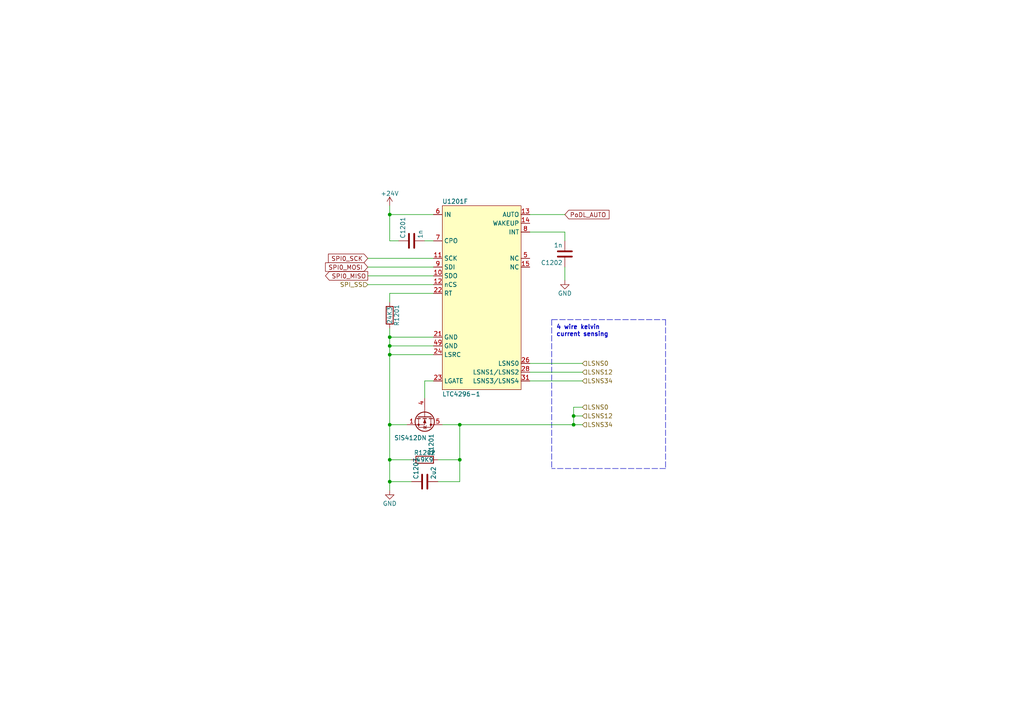
<source format=kicad_sch>
(kicad_sch (version 20211123) (generator eeschema)
  (paper "A4")
  (title_block (title "Open Hardware 10Base-T1L Switch") (date "2023-04-07") (rev "REV A") (company "Peter Heinrich") (comment 1 "Open Hardware License CERN-OHL-P v2") (comment 2 "https://github.com/peterheinrich/Open_10Base-T1L_Switch"))
  (lib_symbols
    (symbol "Device:C" (pin_numbers hide) (pin_names (offset 0.254))
      (property "Reference" "C" (at 0.635 2.54 0))
      (property "Value" "C" (at 0.635 -2.54 0))
      (symbol "C_0_1"
        (polyline (pts (xy -2.032 -0.762) (xy 2.032 -0.762)) (stroke (width 0.508)))
        (polyline (pts (xy -2.032 0.762) (xy 2.032 0.762)) (stroke (width 0.508)))
      )
      (symbol "C_1_1"
        (pin passive line (at 0 3.81 270) (length 2.794) (name "~") (number "1"))
        (pin passive line (at 0 -3.81 90) (length 2.794) (name "~") (number "2"))
      )
    )
    (symbol "Device:R" (pin_numbers hide) (pin_names (offset 0))
      (property "Reference" "R" (at 2.032 0 90))
      (property "Value" "R" (at 0 0 90))
      (symbol "R_0_1"
        (rectangle (start -1.016 -2.54) (end 1.016 2.54) (stroke (width 0.254)))
      )
      (symbol "R_1_1"
        (pin passive line (at 0 3.81 270) (length 1.27) (name "~") (number "1"))
        (pin passive line (at 0 -3.81 90) (length 1.27) (name "~") (number "2"))
      )
    )
    (symbol "LTC4296-1:LTC4296-1"
      (property "Reference" "U" (at 0 1.27 0))
      (property "Value" "LTC4296-1" (at 0 -54.61 0))
      (symbol "LTC4296-1_0_1"
        (rectangle (start 0 0) (end 22.86 -53.34) (fill (type background)))
      )
      (symbol "LTC4296-1_1_1"
        (pin output line (at 25.4 -30.48 180) (length 2.54) (name "OUTP0") (number "1"))
        (pin output line (at 25.4 -35.56 180) (length 2.54) (name "SW0") (number "16"))
        (pin output line (at 25.4 -22.86 180) (length 2.54) (name "HGATE0") (number "2"))
        (pin output line (at 25.4 -50.8 180) (length 2.54) (name "OUTM0") (number "25"))
        (pin input line (at 25.4 -15.24 180) (length 2.54) (name "HSNSM0") (number "3"))
        (pin input line (at 25.4 -2.54 180) (length 2.54) (name "HSNSP0") (number "4"))
      )
      (symbol "LTC4296-1_2_1"
        (pin output line (at 25.4 -35.56 180) (length 2.54) (name "SW1") (number "17"))
        (pin output line (at 25.4 -50.8 180) (length 2.54) (name "OUTM1") (number "27"))
        (pin output line (at 25.4 -30.48 180) (length 2.54) (name "OUTP1") (number "45"))
        (pin output line (at 25.4 -22.86 180) (length 2.54) (name "HGATE1") (number "46"))
        (pin input line (at 25.4 -15.24 180) (length 2.54) (name "HSNSM1") (number "47"))
        (pin input line (at 25.4 -2.54 180) (length 2.54) (name "HSNSP1") (number "48"))
      )
      (symbol "LTC4296-1_3_1"
        (pin output line (at 25.4 -35.56 180) (length 2.54) (name "SW2") (number "18"))
        (pin output line (at 25.4 -50.8 180) (length 2.54) (name "OUTM2") (number "29"))
        (pin output line (at 25.4 -30.48 180) (length 2.54) (name "OUTP2") (number "41"))
        (pin output line (at 25.4 -22.86 180) (length 2.54) (name "HGATE2") (number "42"))
        (pin input line (at 25.4 -15.24 180) (length 2.54) (name "HSNSM2") (number "43"))
        (pin input line (at 25.4 -2.54 180) (length 2.54) (name "HSNSP2") (number "44"))
      )
      (symbol "LTC4296-1_4_1"
        (pin output line (at 25.4 -35.56 180) (length 2.54) (name "SW3") (number "19"))
        (pin output line (at 25.4 -50.8 180) (length 2.54) (name "OUTM3") (number "30"))
        (pin output line (at 25.4 -30.48 180) (length 2.54) (name "OUTP3") (number "37"))
        (pin output line (at 25.4 -22.86 180) (length 2.54) (name "HGATE3") (number "38"))
        (pin input line (at 25.4 -15.24 180) (length 2.54) (name "HSNSM3") (number "39"))
        (pin input line (at 25.4 -2.54 180) (length 2.54) (name "HSNSP3") (number "40"))
      )
      (symbol "LTC4296-1_5_1"
        (pin output line (at 25.4 -35.56 180) (length 2.54) (name "SW4") (number "20"))
        (pin output line (at 25.4 -50.8 180) (length 2.54) (name "OUTM4") (number "32"))
        (pin output line (at 25.4 -30.48 180) (length 2.54) (name "OUTP4") (number "33"))
        (pin output line (at 25.4 -22.86 180) (length 2.54) (name "HGATE4") (number "34"))
        (pin input line (at 25.4 -15.24 180) (length 2.54) (name "HSNSM4") (number "35"))
        (pin input line (at 25.4 -2.54 180) (length 2.54) (name "HSNSP4") (number "36"))
      )
      (symbol "LTC4296-1_6_1"
        (pin output line (at -2.54 -20.32 0) (length 2.54) (name "SDO") (number "10"))
        (pin input line (at -2.54 -15.24 0) (length 2.54) (name "SCK") (number "11"))
        (pin input line (at -2.54 -22.86 0) (length 2.54) (name "nCS") (number "12"))
        (pin input line (at 25.4 -2.54 180) (length 2.54) (name "AUTO") (number "13"))
        (pin bidirectional line (at 25.4 -5.08 180) (length 2.54) (name "WAKEUP") (number "14"))
        (pin input line (at 25.4 -17.78 180) (length 2.54) (name "NC") (number "15"))
        (pin power_in line (at -2.54 -38.1 0) (length 2.54) (name "GND") (number "21"))
        (pin input line (at -2.54 -25.4 0) (length 2.54) (name "RT") (number "22"))
        (pin output line (at -2.54 -50.8 0) (length 2.54) (name "LGATE") (number "23"))
        (pin input line (at -2.54 -43.18 0) (length 2.54) (name "LSRC") (number "24"))
        (pin input line (at 25.4 -45.72 180) (length 2.54) (name "LSNS0") (number "26"))
        (pin input line (at 25.4 -48.26 180) (length 2.54) (name "LSNS1/LSNS2") (number "28"))
        (pin input line (at 25.4 -50.8 180) (length 2.54) (name "LSNS3/LSNS4") (number "31"))
        (pin power_in line (at -2.54 -40.64 0) (length 2.54) (name "GND") (number "49"))
        (pin input line (at 25.4 -15.24 180) (length 2.54) (name "NC") (number "5"))
        (pin power_in line (at -2.54 -2.54 0) (length 2.54) (name "IN") (number "6"))
        (pin bidirectional line (at -2.54 -10.16 0) (length 2.54) (name "CPO") (number "7"))
        (pin bidirectional line (at 25.4 -7.62 180) (length 2.54) (name "INT") (number "8"))
        (pin input line (at -2.54 -17.78 0) (length 2.54) (name "SDI") (number "9"))
      )
    )
    (symbol "Transistor_FET:SiS454DN" (pin_names hide)
      (property "Reference" "Q" (at 5.08 1.905 0))
      (property "Value" "SiS454DN" (at 5.08 0 0))
      (symbol "SiS454DN_0_1"
        (polyline (pts (xy 0.254 0) (xy -2.54 0)))
        (polyline (pts (xy 0.254 1.905) (xy 0.254 -1.905)) (stroke (width 0.254)))
        (polyline (pts (xy 0.762 -1.27) (xy 0.762 -2.286)) (stroke (width 0.254)))
        (polyline (pts (xy 0.762 0.508) (xy 0.762 -0.508)) (stroke (width 0.254)))
        (polyline (pts (xy 0.762 2.286) (xy 0.762 1.27)) (stroke (width 0.254)))
        (polyline (pts (xy 2.54 2.54) (xy 2.54 1.778)))
        (polyline (pts (xy 2.54 -2.54) (xy 2.54 0) (xy 0.762 0)))
        (polyline (pts (xy 0.762 -1.778) (xy 3.302 -1.778) (xy 3.302 1.778) (xy 0.762 1.778)))
        (polyline (pts (xy 1.016 0) (xy 2.032 0.381) (xy 2.032 -0.381) (xy 1.016 0)) (fill (type outline)))
        (polyline (pts (xy 2.794 0.508) (xy 2.921 0.381) (xy 3.683 0.381) (xy 3.81 0.254)))
        (polyline (pts (xy 3.302 0.381) (xy 2.921 -0.254) (xy 3.683 -0.254) (xy 3.302 0.381)))
        (circle (center 1.651 0) (radius 2.794) (stroke (width 0.254)))
        (circle (center 2.54 -1.778) (radius 0.254) (fill (type outline)))
        (circle (center 2.54 1.778) (radius 0.254) (fill (type outline)))
      )
      (symbol "SiS454DN_1_1"
        (pin passive line (at 2.54 -5.08 90) (length 2.54) (name "S") (number "1"))
        (pin passive line (at 2.54 -5.08 90) (length 2.54) hide (name "S") (number "2"))
        (pin passive line (at 2.54 -5.08 90) (length 2.54) hide (name "S") (number "3"))
        (pin input line (at -5.08 0 0) (length 2.54) (name "G") (number "4"))
        (pin passive line (at 2.54 5.08 270) (length 2.54) (name "D") (number "5"))
      )
    )
    (symbol "power:+24V" (power) (pin_names (offset 0))
      (property "Value" "+24V" (at 0 3.556 0))
      (symbol "+24V_0_1"
        (polyline (pts (xy -0.762 1.27) (xy 0 2.54)))
        (polyline (pts (xy 0 0) (xy 0 2.54)))
        (polyline (pts (xy 0 2.54) (xy 0.762 1.27)))
      )
      (symbol "+24V_1_1"
        (pin power_in line (at 0 0 90) (length 0) hide (name "+24V") (number "1"))
      )
    )
    (symbol "power:GND" (power) (pin_names (offset 0))
      (property "Value" "GND" (at 0 -3.81 0))
      (symbol "GND_0_1"
        (polyline (pts (xy 0 0) (xy 0 -1.27) (xy 1.27 -1.27) (xy 0 -2.54) (xy -1.27 -1.27) (xy 0 -1.27)))
      )
      (symbol "GND_1_1"
        (pin power_in line (at 0 0 270) (length 0) hide (name "GND") (number "1"))
      )
    )
  )
  (junction (at 113.03 133.35))
  (junction (at 113.03 97.79))
  (junction (at 133.35 123.19))
  (junction (at 133.35 133.35))
  (junction (at 113.03 62.23))
  (junction (at 113.03 139.7))
  (junction (at 166.37 120.65))
  (junction (at 113.03 123.19))
  (junction (at 166.37 123.19))
  (junction (at 113.03 100.33))
  (junction (at 113.03 102.87))
  (polyline (pts (xy 193.04 135.89) (xy 160.02 135.89)))
  (wire (pts (xy 127 139.7) (xy 133.35 139.7)))
  (wire (pts (xy 133.35 123.19) (xy 166.37 123.19)))
  (wire (pts (xy 153.67 67.31) (xy 163.83 67.31)))
  (wire (pts (xy 166.37 118.11) (xy 168.91 118.11)))
  (polyline (pts (xy 193.04 92.71) (xy 193.04 135.89)))
  (wire (pts (xy 113.03 95.25) (xy 113.03 97.79)))
  (wire (pts (xy 113.03 97.79) (xy 125.73 97.79)))
  (wire (pts (xy 113.03 133.35) (xy 113.03 123.19)))
  (wire (pts (xy 113.03 62.23) (xy 125.73 62.23)))
  (wire (pts (xy 106.68 74.93) (xy 125.73 74.93)))
  (wire (pts (xy 123.19 110.49) (xy 125.73 110.49)))
  (wire (pts (xy 113.03 133.35) (xy 119.38 133.35)))
  (wire (pts (xy 106.68 77.47) (xy 125.73 77.47)))
  (wire (pts (xy 128.27 123.19) (xy 133.35 123.19)))
  (wire (pts (xy 113.03 97.79) (xy 113.03 100.33)))
  (wire (pts (xy 153.67 105.41) (xy 168.91 105.41)))
  (wire (pts (xy 166.37 123.19) (xy 168.91 123.19)))
  (wire (pts (xy 113.03 85.09) (xy 125.73 85.09)))
  (polyline (pts (xy 160.02 92.71) (xy 193.04 92.71)))
  (wire (pts (xy 113.03 102.87) (xy 125.73 102.87)))
  (wire (pts (xy 113.03 123.19) (xy 118.11 123.19)))
  (wire (pts (xy 113.03 69.85) (xy 113.03 62.23)))
  (wire (pts (xy 123.19 69.85) (xy 125.73 69.85)))
  (wire (pts (xy 123.19 115.57) (xy 123.19 110.49)))
  (wire (pts (xy 113.03 59.69) (xy 113.03 62.23)))
  (wire (pts (xy 127 133.35) (xy 133.35 133.35)))
  (wire (pts (xy 113.03 139.7) (xy 113.03 142.24)))
  (wire (pts (xy 113.03 100.33) (xy 125.73 100.33)))
  (wire (pts (xy 106.68 82.55) (xy 125.73 82.55)))
  (wire (pts (xy 119.38 139.7) (xy 113.03 139.7)))
  (wire (pts (xy 153.67 110.49) (xy 168.91 110.49)))
  (wire (pts (xy 115.57 69.85) (xy 113.03 69.85)))
  (wire (pts (xy 166.37 120.65) (xy 166.37 123.19)))
  (polyline (pts (xy 160.02 92.71) (xy 160.02 135.89)))
  (wire (pts (xy 106.68 80.01) (xy 125.73 80.01)))
  (wire (pts (xy 113.03 102.87) (xy 113.03 123.19)))
  (wire (pts (xy 163.83 77.47) (xy 163.83 81.28)))
  (wire (pts (xy 133.35 139.7) (xy 133.35 133.35)))
  (wire (pts (xy 163.83 67.31) (xy 163.83 69.85)))
  (wire (pts (xy 166.37 120.65) (xy 166.37 118.11)))
  (wire (pts (xy 113.03 100.33) (xy 113.03 102.87)))
  (wire (pts (xy 133.35 133.35) (xy 133.35 123.19)))
  (wire (pts (xy 153.67 107.95) (xy 168.91 107.95)))
  (wire (pts (xy 153.67 62.23) (xy 163.83 62.23)))
  (wire (pts (xy 113.03 87.63) (xy 113.03 85.09)))
  (wire (pts (xy 166.37 120.65) (xy 168.91 120.65)))
  (wire (pts (xy 113.03 139.7) (xy 113.03 133.35)))
  (text "4 wire kelvin\ncurrent sensing" (at 161.29 97.79 0) (effects (font (size 1.27 1.27) bold) (justify left bottom)))
  (global_label "PoDL_AUTO" (shape input) (at 163.83 62.23 0) (property "Intersheet References" "${INTERSHEET_REFS}" (effects hide)))
  (global_label "SPI0_SCK" (shape input) (at 106.68 74.93 180) (property "Intersheet References" "${INTERSHEET_REFS}" (effects hide)))
  (global_label "SPI0_MOSI" (shape input) (at 106.68 77.47 180) (property "Intersheet References" "${INTERSHEET_REFS}" (effects hide)))
  (global_label "SPI0_MISO" (shape output) (at 106.68 80.01 180) (property "Intersheet References" "${INTERSHEET_REFS}" (effects hide)))
  (hierarchical_label "LSNS12" (shape input) (at 168.91 120.65 0))
  (hierarchical_label "SPI_SS" (shape input) (at 106.68 82.55 180))
  (hierarchical_label "LSNS0" (shape input) (at 168.91 105.41 0))
  (hierarchical_label "LSNS0" (shape input) (at 168.91 118.11 0))
  (hierarchical_label "LSNS34" (shape input) (at 168.91 110.49 0))
  (hierarchical_label "LSNS12" (shape input) (at 168.91 107.95 0))
  (hierarchical_label "LSNS34" (shape input) (at 168.91 123.19 0))
  (symbol (lib_id "Device:R") (at 113.03 91.44 0) (unit 1)
    (property "Reference" "R1201" (at 115.062 91.44 90))
    (property "Value" "24K3" (at 113.03 91.44 90))
    (property "Footprint" "Resistor_SMD:R_0603_1608Metric" (effects hide))
  )
  (symbol (lib_id "Device:C") (at 119.38 69.85 90) (unit 1)
    (property "Reference" "C1201" (at 116.84 69.215 0) (effects (justify left)))
    (property "Value" "1n" (at 121.92 69.215 0) (effects (justify left)))
    (property "Footprint" "Capacitor_SMD:C_0603_1608Metric" (effects hide))
  )
  (symbol (lib_id "power:GND") (at 113.03 142.24 0) (unit 1)
    (property "Reference" "#PWR01203" (effects hide))
    (property "Value" "GND" (at 113.03 146.05 0))
  )
  (symbol (lib_id "LTC4296-1:LTC4296-1") (at 128.27 59.69 0) (unit 6)
    (property "Reference" "U1201" (at 128.27 58.42 0) (effects (justify left)))
    (property "Value" "LTC4296-1" (at 128.27 114.3 0) (effects (justify left)))
    (property "Footprint" "Package_DFN_QFN:QFN-48-1EP_7x7mm_P0.5mm_EP5.3x5.3mm_ThermalVias" (effects hide))
    (property "Datasheet" "https://www.analog.com/media/en/technical-documentation/data-sheets/ltc4296-1.pdf" (effects hide))
  )
  (symbol (lib_id "power:GND") (at 163.83 81.28 0) (unit 1)
    (property "Reference" "#PWR01202" (effects hide))
    (property "Value" "GND" (at 163.83 85.09 0))
  )
  (symbol (lib_id "Transistor_FET:SiS454DN") (at 123.19 120.65 270) (unit 1)
    (property "Reference" "Q1201" (at 125.095 125.73 0) (effects (justify left)))
    (property "Value" "SiS412DN" (at 114.3 127 90) (effects (justify left)))
    (property "Footprint" "Package_SO:Vishay_PowerPAK_1212-8_Single" (effects hide))
  )
  (symbol (lib_id "Device:C") (at 163.83 73.66 180) (unit 1)
    (property "Reference" "C1202" (at 163.195 76.2 0) (effects (justify left)))
    (property "Value" "1n" (at 163.195 71.12 0) (effects (justify left)))
    (property "Footprint" "Capacitor_SMD:C_0603_1608Metric" (effects hide))
  )
  (symbol (lib_id "Device:C") (at 123.19 139.7 90) (unit 1)
    (property "Reference" "C1203" (at 120.65 139.065 0) (effects (justify left)))
    (property "Value" "2u2" (at 125.73 139.065 0) (effects (justify left)))
    (property "Footprint" "Capacitor_SMD:C_0805_2012Metric" (effects hide))
  )
  (symbol (lib_id "Device:R") (at 123.19 133.35 90) (unit 1)
    (property "Reference" "R1202" (at 123.19 131.318 90))
    (property "Value" "49K9" (at 123.19 133.35 90))
    (property "Footprint" "Resistor_SMD:R_0805_2012Metric" (effects hide))
  )
  (symbol (lib_id "power:+24V") (at 113.03 59.69 0) (unit 1)
    (property "Reference" "#PWR01201" (effects hide))
    (property "Value" "+24V" (at 113.03 56.134 0))
  )
)
</source>
